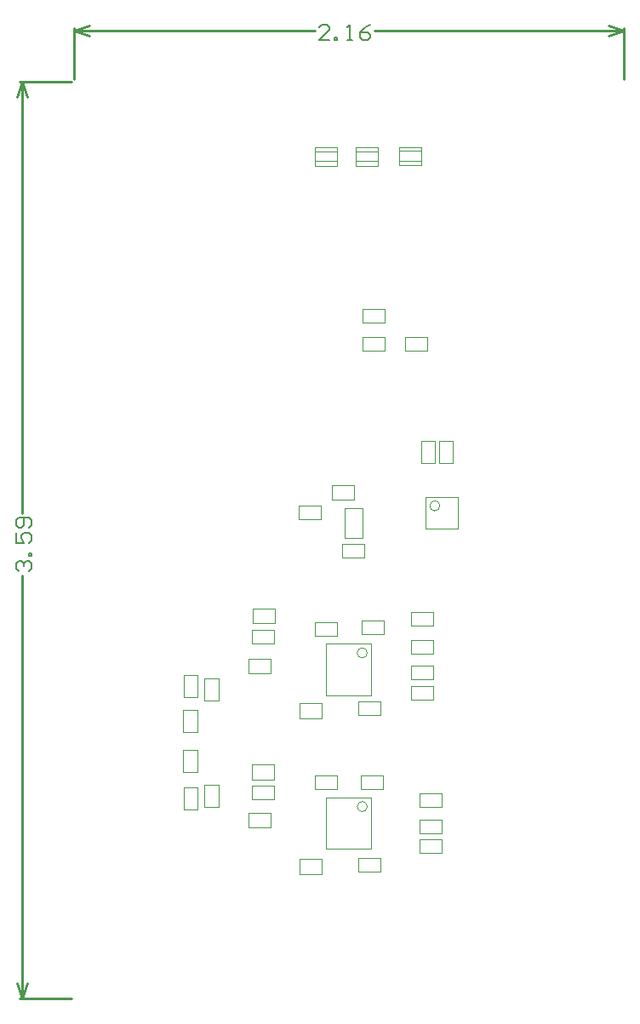
<source format=gbr>
G04 Layer_Color=16711935*
%FSLAX26Y26*%
%MOIN*%
%TF.FileFunction,Other,Mechanical_13*%
%TF.Part,Single*%
G01*
G75*
%TA.AperFunction,NonConductor*%
%ADD35C,0.010000*%
%ADD49C,0.003937*%
%ADD59C,0.006000*%
D35*
X1981000Y910000D02*
Y1110000D01*
X-174244Y910000D02*
Y1110000D01*
X1003345Y1100000D02*
X1981000D01*
X-174244D02*
X771410D01*
X1921000Y1120000D02*
X1981000Y1100000D01*
X1921000Y1080000D02*
X1981000Y1100000D01*
X-174244D02*
X-114244Y1080000D01*
X-174244Y1100000D02*
X-114244Y1120000D01*
X-386000Y900000D02*
X-184244D01*
X-386000Y-2689000D02*
X-184244D01*
X-376000Y-789534D02*
Y900000D01*
Y-2689000D02*
Y-1031466D01*
X-396000Y840000D02*
X-376000Y900000D01*
X-356000Y840000D01*
X-376000Y-2689000D02*
X-356000Y-2629000D01*
X-396000D02*
X-376000Y-2689000D01*
D49*
X975835Y-1938039D02*
G03*
X975835Y-1938039I-19685J0D01*
G01*
Y-1336220D02*
G03*
X975835Y-1336220I-19685J0D01*
G01*
X1260126Y-760441D02*
G03*
X1260126Y-760441I-19685J0D01*
G01*
X611307Y-1831543D02*
Y-1774457D01*
X524693Y-1831543D02*
Y-1774457D01*
X611307D01*
X524693Y-1831543D02*
X611307D01*
X613307Y-1220543D02*
Y-1163457D01*
X526693Y-1220543D02*
Y-1163457D01*
X613307D01*
X526693Y-1220543D02*
X613307D01*
X524792Y-1909576D02*
Y-1856426D01*
X611408Y-1909576D02*
Y-1856426D01*
X524792Y-1909576D02*
X611408D01*
X524792Y-1856426D02*
X611408D01*
X254456Y-1559694D02*
X311544D01*
X254456Y-1646308D02*
X311544D01*
X254456D02*
Y-1559694D01*
X311544Y-1646308D02*
Y-1559694D01*
X338256Y-1435694D02*
X395344D01*
X338256Y-1522308D02*
X395344D01*
X338256D02*
Y-1435694D01*
X395344Y-1522308D02*
Y-1435694D01*
X256426Y-1949920D02*
X309576D01*
X256426Y-1863306D02*
X309576D01*
Y-1949920D02*
Y-1863306D01*
X256426Y-1949920D02*
Y-1863306D01*
X254456Y-1802306D02*
X311544D01*
X254456Y-1715692D02*
X311544D01*
Y-1802306D02*
Y-1715692D01*
X254456Y-1802306D02*
Y-1715692D01*
X338256Y-1941062D02*
X395344D01*
X338256Y-1854448D02*
X395344D01*
Y-1941062D02*
Y-1854448D01*
X338256Y-1941062D02*
Y-1854448D01*
X1188426Y-506693D02*
X1241574D01*
X1188426Y-593307D02*
X1241574D01*
X1188426D02*
Y-506693D01*
X1241574Y-593307D02*
Y-506693D01*
X1258427Y-593307D02*
X1311575D01*
X1258427Y-506693D02*
X1311575D01*
Y-593307D02*
Y-506693D01*
X1258427Y-593307D02*
Y-506693D01*
X856550Y570448D02*
Y627536D01*
X769936Y570448D02*
Y627536D01*
Y570448D02*
X856550D01*
X769936Y627536D02*
X856550D01*
X1018786Y570448D02*
Y627536D01*
X932172Y570448D02*
Y627536D01*
Y570448D02*
X1018786D01*
X932172Y627536D02*
X1018786D01*
X1188786Y572685D02*
Y629773D01*
X1102172Y572685D02*
Y629773D01*
Y572685D02*
X1188786D01*
X1102172Y629773D02*
X1188786D01*
X956692Y-41574D02*
X1043308D01*
X956692Y11574D02*
X1043308D01*
Y-41574D02*
Y11574D01*
X956692Y-41574D02*
Y11574D01*
X1122380Y-98426D02*
X1208994D01*
X1122380Y-151576D02*
X1208994D01*
X1122380D02*
Y-98426D01*
X1208994Y-151576D02*
Y-98426D01*
X956692Y-151574D02*
X1043308D01*
X956692Y-98426D02*
X1043308D01*
Y-151574D02*
Y-98426D01*
X956692Y-151574D02*
Y-98426D01*
X769936Y590426D02*
X856550D01*
X769936Y643574D02*
X856550D01*
X769936Y590426D02*
Y643574D01*
X856550Y590426D02*
Y643574D01*
X929936Y590426D02*
X1016550D01*
X929936Y643574D02*
X1016550D01*
X929936Y590426D02*
Y643574D01*
X1016550Y590426D02*
Y643574D01*
X1099936Y590426D02*
X1186550D01*
X1099936Y643574D02*
X1186550D01*
X1099936Y590426D02*
Y643574D01*
X1186550Y590426D02*
Y643574D01*
X1266306Y-1939574D02*
Y-1886426D01*
X1179692Y-1939574D02*
Y-1886426D01*
X1266306D01*
X1179692Y-1939574D02*
X1266306D01*
X1148228Y-1176426D02*
X1234842D01*
X1148228Y-1229576D02*
X1234842D01*
Y-1176426D01*
X1148228Y-1229576D02*
Y-1176426D01*
X856306Y-1269574D02*
Y-1216426D01*
X769692Y-1269574D02*
Y-1216426D01*
X856306D01*
X769692Y-1269574D02*
X856306D01*
X1026306Y-1579574D02*
Y-1526426D01*
X939692Y-1579574D02*
Y-1526426D01*
X1026306D01*
X939692Y-1579574D02*
X1026306D01*
X1146228Y-1519576D02*
Y-1466426D01*
X1232842Y-1519576D02*
Y-1466426D01*
X1146228Y-1519576D02*
X1232842D01*
X1146228Y-1466426D02*
X1232842D01*
X1232843Y-1338188D02*
Y-1285040D01*
X1146229Y-1338188D02*
Y-1285040D01*
X1232843D01*
X1146229Y-1338188D02*
X1232843D01*
X524792Y-1299576D02*
Y-1246426D01*
X611408Y-1299576D02*
Y-1246426D01*
X524792Y-1299576D02*
X611408D01*
X524792Y-1246426D02*
X611408D01*
X596306Y-1415748D02*
Y-1358662D01*
X509692Y-1415748D02*
Y-1358662D01*
X596306D01*
X509692Y-1415748D02*
X596306D01*
X796306Y-1591544D02*
Y-1534456D01*
X709692Y-1591544D02*
Y-1534456D01*
X796306D01*
X709692Y-1591544D02*
X796306D01*
X596306Y-2018748D02*
Y-1961662D01*
X509692Y-2018748D02*
Y-1961662D01*
X596306D01*
X509692Y-2018748D02*
X596306D01*
X1181692Y-2119142D02*
Y-2065992D01*
X1268308Y-2119142D02*
Y-2065992D01*
X1181692Y-2119142D02*
X1268308D01*
X1181692Y-2065992D02*
X1268308D01*
X1232842Y-1439370D02*
Y-1386220D01*
X1146228Y-1439370D02*
Y-1386220D01*
X1232842D01*
X1146228Y-1439370D02*
X1232842D01*
X1027001Y-2193582D02*
Y-2140434D01*
X940387Y-2193582D02*
Y-2140434D01*
X1027001D01*
X940387Y-2193582D02*
X1027001D01*
X949692Y-1869576D02*
Y-1816426D01*
X1036308Y-1869576D02*
Y-1816426D01*
X949692Y-1869576D02*
X1036308D01*
X949692Y-1816426D02*
X1036308D01*
X856306Y-1869574D02*
Y-1816426D01*
X769692Y-1869574D02*
Y-1816426D01*
X856306D01*
X769692Y-1869574D02*
X856306D01*
X796306Y-2201544D02*
Y-2144456D01*
X709692Y-2201544D02*
Y-2144456D01*
X796306D01*
X709692Y-2201544D02*
X796306D01*
X953340Y-1263584D02*
Y-1210434D01*
X1039956Y-1263584D02*
Y-1210434D01*
X953340Y-1263584D02*
X1039956D01*
X953340Y-1210434D02*
X1039956D01*
X1268306Y-2042370D02*
Y-1989220D01*
X1181692Y-2042370D02*
Y-1989220D01*
X1268306D01*
X1181692Y-2042370D02*
X1268306D01*
X256424Y-1421852D02*
X309574D01*
X256424Y-1508466D02*
X309574D01*
X256424D02*
Y-1421852D01*
X309574Y-1508466D02*
Y-1421852D01*
X707173Y-813583D02*
X793787D01*
X707173Y-760433D02*
X793787D01*
X707173Y-813583D02*
Y-760433D01*
X793787Y-813583D02*
Y-760433D01*
X877173Y-910433D02*
X963788D01*
X877173Y-963583D02*
X963788D01*
Y-910433D01*
X877173Y-963583D02*
Y-910433D01*
X887528Y-767953D02*
X956425D01*
X887528Y-886063D02*
X956425D01*
Y-767953D01*
X887528Y-886063D02*
Y-767953D01*
X837173Y-735551D02*
X923787D01*
X837173Y-678465D02*
X923787D01*
X837173Y-735551D02*
Y-678465D01*
X923787Y-735551D02*
Y-678465D01*
X991583Y-2103394D02*
Y-1902606D01*
X814417Y-2103394D02*
Y-1902606D01*
X991583D01*
X814417Y-2103394D02*
X991583D01*
X814417Y-1501575D02*
X991583D01*
X814417Y-1300787D02*
X991583D01*
X814417Y-1501575D02*
Y-1300787D01*
X991583Y-1501575D02*
Y-1300787D01*
X1205008Y-725008D02*
X1330992D01*
X1205008Y-850992D02*
X1330992D01*
X1205008D02*
Y-725008D01*
X1330992Y-850992D02*
Y-725008D01*
D59*
X827397Y1064010D02*
X787410D01*
X827397Y1103997D01*
Y1113994D01*
X817400Y1123990D01*
X797407D01*
X787410Y1113994D01*
X847391Y1064010D02*
Y1074006D01*
X857388D01*
Y1064010D01*
X847391D01*
X897375D02*
X917368D01*
X907371D01*
Y1123990D01*
X897375Y1113994D01*
X987345Y1123990D02*
X967352Y1113994D01*
X947358Y1094000D01*
Y1074006D01*
X957355Y1064010D01*
X977349D01*
X987345Y1074006D01*
Y1084003D01*
X977349Y1094000D01*
X947358D01*
X-389993Y-1015466D02*
X-399990Y-1005469D01*
Y-985476D01*
X-389993Y-975479D01*
X-379997D01*
X-370000Y-985476D01*
Y-995473D01*
Y-985476D01*
X-360003Y-975479D01*
X-350007D01*
X-340010Y-985476D01*
Y-1005469D01*
X-350007Y-1015466D01*
X-340010Y-955486D02*
X-350007D01*
Y-945489D01*
X-340010D01*
Y-955486D01*
X-399990Y-865515D02*
Y-905502D01*
X-370000D01*
X-379997Y-885508D01*
Y-875511D01*
X-370000Y-865515D01*
X-350007D01*
X-340010Y-875511D01*
Y-895505D01*
X-350007Y-905502D01*
Y-845521D02*
X-340010Y-835524D01*
Y-815531D01*
X-350007Y-805534D01*
X-389993D01*
X-399990Y-815531D01*
Y-835524D01*
X-389993Y-845521D01*
X-379997D01*
X-370000Y-835524D01*
Y-805534D01*
%TF.MD5,c6529c04d5b66e185242a567cfefac36*%
M02*

</source>
